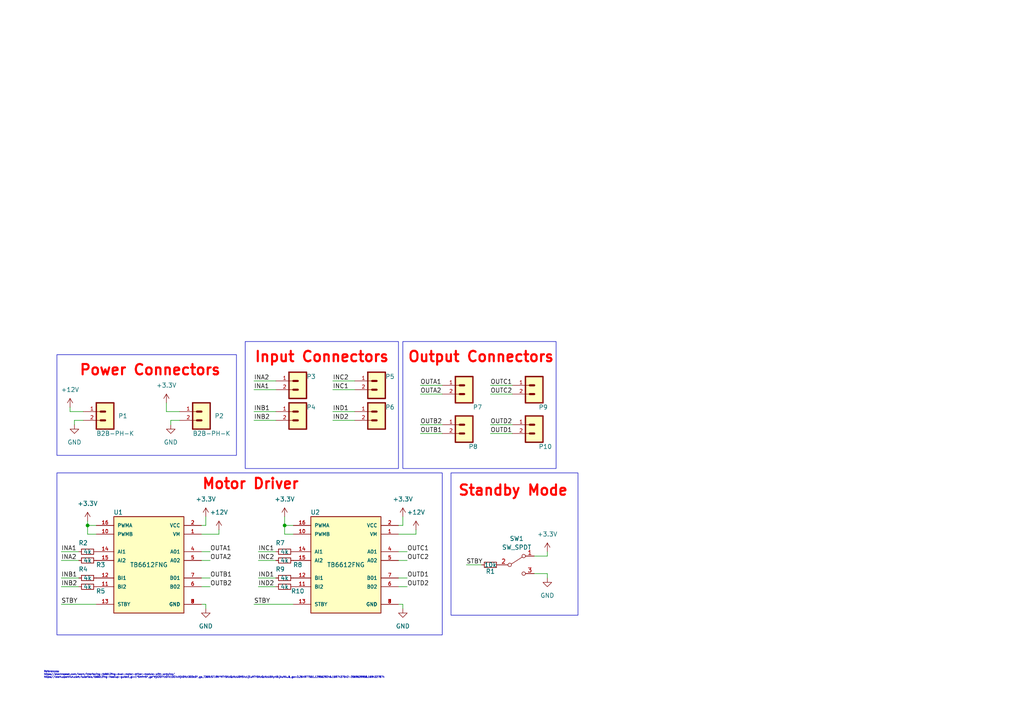
<source format=kicad_sch>
(kicad_sch (version 20230121) (generator eeschema)
  (paper "A4")
  (title_block (title "Motor Driver Board") (date "2023-10-15") (rev "V01") (company "Vishwa VJTI") (comment 1 "Science Task") (comment 2 "Author: Aryan Bawankar"))
  (lib_symbols
    (symbol "B2B-PH-K:B2B-PH-K" (pin_names (offset 1.016))
      (property "Reference" "P" (at -1.27 3.175 0))
      (property "Value" "B2B-PH-K" (at -1.27 -7.62 0))
      (symbol "B2B-PH-K_0_0"
        (rectangle (start -1.27 -5.08) (end 3.81 2.54) (stroke (width 0.4064)) (fill (type background)))
        (polyline (pts (xy 1.27 -2.54) (xy 0 -2.54)) (stroke (width 0.6096)))
        (polyline (pts (xy 1.27 0) (xy 0 0)) (stroke (width 0.6096)))
        (pin passive line (at -5.08 0 0) (length 5.08) (name "~") (number "1"))
        (pin passive line (at -5.08 -2.54 0) (length 5.08) (name "~") (number "2"))
      )
    )
    (symbol "Device:R_Small" (pin_numbers hide) (pin_names (offset 0.254) hide)
      (property "Reference" "R" (at 0.762 0.508 0))
      (property "Value" "R_Small" (at 0.762 -1.016 0))
      (symbol "R_Small_0_1"
        (rectangle (start -0.762 1.778) (end 0.762 -1.778) (stroke (width 0.2032)))
      )
      (symbol "R_Small_1_1"
        (pin passive line (at 0 2.54 270) (length 0.762) (name "~") (number "1"))
        (pin passive line (at 0 -2.54 90) (length 0.762) (name "~") (number "2"))
      )
    )
    (symbol "Switch:SW_SPDT" (pin_names (offset 0) hide)
      (property "Reference" "SW" (at 0 4.318 0))
      (property "Value" "SW_SPDT" (at 0 -5.08 0))
      (symbol "SW_SPDT_0_0"
        (circle (center -2.032 0) (radius 0.508))
        (circle (center 2.032 -2.54) (radius 0.508))
      )
      (symbol "SW_SPDT_0_1"
        (polyline (pts (xy -1.524 0.254) (xy 1.651 2.286)))
        (circle (center 2.032 2.54) (radius 0.508))
      )
      (symbol "SW_SPDT_1_1"
        (pin passive line (at 5.08 2.54 180) (length 2.54) (name "A") (number "1"))
        (pin passive line (at -5.08 0 0) (length 2.54) (name "B") (number "2"))
        (pin passive line (at 5.08 -2.54 180) (length 2.54) (name "C") (number "3"))
      )
    )
    (symbol "TB6612FNG:ROB-14450" (pin_names (offset 1.016))
      (property "Reference" "U" (at -10.16 16.002 0))
      (property "Value" "ROB-14450" (at -10.16 -15.24 0))
      (symbol "ROB-14450_0_0"
        (rectangle (start -10.16 -12.7) (end 10.16 15.24) (stroke (width 0.254)) (fill (type background)))
        (pin power_in line (at 15.24 10.16 180) (length 5.08) (name "VM") (number "1"))
        (pin input line (at -15.24 10.16 0) (length 5.08) (name "PWMB") (number "10"))
        (pin input line (at -15.24 -5.08 0) (length 5.08) (name "BI2") (number "11"))
        (pin input line (at -15.24 -2.54 0) (length 5.08) (name "BI1") (number "12"))
        (pin input line (at -15.24 -10.16 0) (length 5.08) (name "STBY") (number "13"))
        (pin input line (at -15.24 5.08 0) (length 5.08) (name "AI1") (number "14"))
        (pin input line (at -15.24 2.54 0) (length 5.08) (name "AI2") (number "15"))
        (pin input line (at -15.24 12.7 0) (length 5.08) (name "PWMA") (number "16"))
        (pin power_in line (at 15.24 12.7 180) (length 5.08) (name "VCC") (number "2"))
        (pin power_in line (at 15.24 -10.16 180) (length 5.08) (name "GND") (number "3"))
        (pin output line (at 15.24 5.08 180) (length 5.08) (name "A01") (number "4"))
        (pin output line (at 15.24 2.54 180) (length 5.08) (name "A02") (number "5"))
        (pin output line (at 15.24 -5.08 180) (length 5.08) (name "B02") (number "6"))
        (pin output line (at 15.24 -2.54 180) (length 5.08) (name "B01") (number "7"))
        (pin power_in line (at 15.24 -10.16 180) (length 5.08) (name "GND") (number "8"))
        (pin power_in line (at 15.24 -10.16 180) (length 5.08) (name "GND") (number "9"))
      )
    )
    (symbol "power:+12V" (power) (pin_names (offset 0))
      (property "Value" "+12V" (at 0 3.556 0))
      (symbol "+12V_0_1"
        (polyline (pts (xy -0.762 1.27) (xy 0 2.54)))
        (polyline (pts (xy 0 0) (xy 0 2.54)))
        (polyline (pts (xy 0 2.54) (xy 0.762 1.27)))
      )
      (symbol "+12V_1_1"
        (pin power_in line (at 0 0 90) (length 0) hide (name "+12V") (number "1"))
      )
    )
    (symbol "power:+3.3V" (power) (pin_names (offset 0))
      (property "Value" "+3.3V" (at 0 3.556 0))
      (symbol "+3.3V_0_1"
        (polyline (pts (xy -0.762 1.27) (xy 0 2.54)))
        (polyline (pts (xy 0 0) (xy 0 2.54)))
        (polyline (pts (xy 0 2.54) (xy 0.762 1.27)))
      )
      (symbol "+3.3V_1_1"
        (pin power_in line (at 0 0 90) (length 0) hide (name "+3.3V") (number "1"))
      )
    )
    (symbol "power:GND" (power) (pin_names (offset 0))
      (property "Value" "GND" (at 0 -3.81 0))
      (symbol "GND_0_1"
        (polyline (pts (xy 0 0) (xy 0 -1.27) (xy 1.27 -1.27) (xy 0 -2.54) (xy -1.27 -1.27) (xy 0 -1.27)))
      )
      (symbol "GND_1_1"
        (pin power_in line (at 0 0 270) (length 0) hide (name "GND") (number "1"))
      )
    )
  )
  (junction (at 25.4 152.4))
  (junction (at 82.55 152.4))
  (wire (pts (xy 63.5 154.94) (xy 63.5 153.67)))
  (wire (pts (xy 59.69 152.4) (xy 59.69 149.86)))
  (wire (pts (xy 115.57 167.64) (xy 118.11 167.64)))
  (wire (pts (xy 116.84 152.4) (xy 116.84 149.86)))
  (wire (pts (xy 17.78 162.56) (xy 22.86 162.56)))
  (wire (pts (xy 58.42 160.02) (xy 60.96 160.02)))
  (wire (pts (xy 82.55 149.86) (xy 82.55 152.4)))
  (wire (pts (xy 58.42 175.26) (xy 59.69 175.26)))
  (wire (pts (xy 48.26 119.38) (xy 48.26 116.84)))
  (wire (pts (xy 74.93 167.64) (xy 80.01 167.64)))
  (wire (pts (xy 115.57 160.02) (xy 118.11 160.02)))
  (wire (pts (xy 24.13 121.92) (xy 21.59 121.92)))
  (wire (pts (xy 52.07 119.38) (xy 48.26 119.38)))
  (wire (pts (xy 158.75 161.29) (xy 158.75 160.02)))
  (wire (pts (xy 73.66 119.38) (xy 80.01 119.38)))
  (wire (pts (xy 74.93 160.02) (xy 80.01 160.02)))
  (wire (pts (xy 135.255 163.83) (xy 139.7 163.83)))
  (wire (pts (xy 74.93 162.56) (xy 80.01 162.56)))
  (wire (pts (xy 121.92 111.76) (xy 128.27 111.76)))
  (wire (pts (xy 120.65 153.67) (xy 120.65 154.94)))
  (wire (pts (xy 142.24 125.73) (xy 148.59 125.73)))
  (wire (pts (xy 142.24 111.76) (xy 148.59 111.76)))
  (wire (pts (xy 58.42 154.94) (xy 63.5 154.94)))
  (wire (pts (xy 115.57 152.4) (xy 116.84 152.4)))
  (wire (pts (xy 96.52 119.38) (xy 102.87 119.38)))
  (wire (pts (xy 25.4 151.13) (xy 25.4 152.4)))
  (wire (pts (xy 49.53 121.92) (xy 49.53 123.19)))
  (wire (pts (xy 17.78 175.26) (xy 27.94 175.26)))
  (wire (pts (xy 73.66 175.26) (xy 85.09 175.26)))
  (wire (pts (xy 17.78 167.64) (xy 22.86 167.64)))
  (wire (pts (xy 17.78 160.02) (xy 22.86 160.02)))
  (wire (pts (xy 121.92 114.3) (xy 128.27 114.3)))
  (wire (pts (xy 73.66 110.49) (xy 80.01 110.49)))
  (wire (pts (xy 25.4 152.4) (xy 27.94 152.4)))
  (wire (pts (xy 58.42 170.18) (xy 60.96 170.18)))
  (wire (pts (xy 59.69 175.26) (xy 59.69 176.53)))
  (wire (pts (xy 120.65 154.94) (xy 115.57 154.94)))
  (wire (pts (xy 25.4 152.4) (xy 25.4 154.94)))
  (wire (pts (xy 52.07 121.92) (xy 49.53 121.92)))
  (wire (pts (xy 73.66 121.92) (xy 80.01 121.92)))
  (wire (pts (xy 158.75 166.37) (xy 158.75 167.64)))
  (wire (pts (xy 21.59 121.92) (xy 21.59 123.19)))
  (wire (pts (xy 96.52 113.03) (xy 102.87 113.03)))
  (wire (pts (xy 96.52 110.49) (xy 102.87 110.49)))
  (wire (pts (xy 17.78 170.18) (xy 22.86 170.18)))
  (wire (pts (xy 20.32 119.38) (xy 20.32 118.11)))
  (wire (pts (xy 142.24 123.19) (xy 148.59 123.19)))
  (wire (pts (xy 25.4 154.94) (xy 27.94 154.94)))
  (wire (pts (xy 121.92 125.73) (xy 128.27 125.73)))
  (wire (pts (xy 115.57 175.26) (xy 116.84 175.26)))
  (wire (pts (xy 74.93 170.18) (xy 80.01 170.18)))
  (wire (pts (xy 154.94 161.29) (xy 158.75 161.29)))
  (wire (pts (xy 82.55 152.4) (xy 82.55 154.94)))
  (wire (pts (xy 154.94 166.37) (xy 158.75 166.37)))
  (wire (pts (xy 121.92 123.19) (xy 128.27 123.19)))
  (wire (pts (xy 82.55 152.4) (xy 85.09 152.4)))
  (wire (pts (xy 116.84 175.26) (xy 116.84 176.53)))
  (wire (pts (xy 73.66 113.03) (xy 80.01 113.03)))
  (wire (pts (xy 58.42 152.4) (xy 59.69 152.4)))
  (wire (pts (xy 24.13 119.38) (xy 20.32 119.38)))
  (wire (pts (xy 115.57 162.56) (xy 118.11 162.56)))
  (wire (pts (xy 58.42 162.56) (xy 60.96 162.56)))
  (wire (pts (xy 142.24 114.3) (xy 148.59 114.3)))
  (wire (pts (xy 82.55 154.94) (xy 85.09 154.94)))
  (wire (pts (xy 115.57 170.18) (xy 118.11 170.18)))
  (wire (pts (xy 96.52 121.92) (xy 102.87 121.92)))
  (wire (pts (xy 58.42 167.64) (xy 60.96 167.64)))
  (rectangle (start 71.12 99.06) (end 115.57 135.89))
  (rectangle (start 116.84 99.06) (end 161.29 135.89))
  (rectangle (start 16.51 102.87) (end 68.58 132.08))
  (rectangle (start 130.81 137.16) (end 167.64 178.435))
  (rectangle (start 16.51 137.16) (end 128.27 184.15))
  (text "Output Connectors" (at 118.11 105.41 0) (effects (font (size 3 3) (thickness 0.6) bold) (justify left bottom)))
  (text "Power Connectors" (at 22.86 109.22 0) (effects (font (size 3 3) (thickness 0.6) bold) (justify left bottom)))
  (text "Motor Driver\n" (at 58.42 142.24 0) (effects (font (size 3 3) (thickness 0.6) bold) (justify left bottom)))
  (text "Standby Mode" (at 132.715 144.145 0) (effects (font (size 3 3) (thickness 0.6) bold) (justify left bottom)))
  (text "Input Connectors" (at 73.66 105.41 0) (effects (font (size 3 3) (thickness 0.6) bold) (justify left bottom)))
  (text "References:\nhttps://electropeak.com/learn/interfacing-tb6612fng-dual-motor-driver-module-with-arduino/\nhttps://learn.sparkfun.com/tutorials/tb6612fng-hookup-guide?_gl=1*5mfrr5*_ga*MjA2OTYzOTk1OC4xNjk0MzI3ODc0*_ga_T369JS7J9N*MTY5NzQzNzU0MS4zLjEuMTY5NzQzNzU5Ny40LjAuMA..&_ga=2.264977551.1295629246.1697437542-2069639958.1694327874" (at 12.7 196.85 0) (effects (font (size 0.5 0.5)) (justify left bottom)))
  (label "IND2" (at 74.93 170.18 0))
  (label "OUTC1" (at 118.11 160.02 0))
  (label "OUTA2" (at 121.92 114.3 0))
  (label "INA2" (at 17.78 162.56 0))
  (label "STBY" (at 17.78 175.26 0))
  (label "OUTB1" (at 60.96 167.64 0))
  (label "OUTC2" (at 118.11 162.56 0))
  (label "OUTC1" (at 142.24 111.76 0))
  (label "OUTB2" (at 121.92 123.19 0))
  (label "INA1" (at 17.78 160.02 0))
  (label "OUTB2" (at 60.96 170.18 0))
  (label "INB2" (at 17.78 170.18 0))
  (label "INC2" (at 96.52 110.49 0))
  (label "IND2" (at 96.52 121.92 0))
  (label "INA1" (at 73.66 113.03 0))
  (label "OUTA1" (at 121.92 111.76 0))
  (label "STBY" (at 73.66 175.26 0))
  (label "OUTD1" (at 142.24 125.73 0))
  (label "OUTC2" (at 142.24 114.3 0))
  (label "OUTD2" (at 118.11 170.18 0))
  (label "STBY" (at 135.255 163.83 0))
  (label "OUTA2" (at 60.96 162.56 0))
  (label "INC2" (at 74.93 162.56 0))
  (label "OUTA1" (at 60.96 160.02 0))
  (label "INA2" (at 73.66 110.49 0))
  (label "IND1" (at 74.93 167.64 0))
  (label "OUTD2" (at 142.24 123.19 0))
  (label "INC1" (at 74.93 160.02 0))
  (label "INB2" (at 73.66 121.92 0))
  (label "IND1" (at 96.52 119.38 0))
  (label "INB1" (at 17.78 167.64 0))
  (label "INB1" (at 73.66 119.38 0))
  (label "OUTD1" (at 118.11 167.64 0))
  (label "OUTB1" (at 121.92 125.73 0))
  (label "INC1" (at 96.52 113.03 0))
  (symbol (lib_id "B2B-PH-K:B2B-PH-K") (at 133.35 123.19 0) (unit 1)
    (property "Reference" "P8" (at 135.89 129.54 0) (effects (justify left)))
    (property "Value" "B2B-PH-K" (effects hide))
    (property "Footprint" "B2B-PH-K:B2B-PH-K" (effects hide))
    (property "MF" "JST Corporation" (effects hide))
    (property "Description" "\nConn Shrouded Header HDR 2 POS 2mm Solder ST Thru-Hole Box\n" (effects hide))
    (property "Package" "None" (effects hide))
    (property "Price" "None" (effects hide))
    (property "SnapEDA_Link" "https://www.snapeda.com/parts/B2B-PH-K/JST/view-part/?ref=snap" (effects hide))
    (property "MP" "B2B-PH-K" (effects hide))
    (property "Availability" "Not in stock" (effects hide))
    (property "Check_prices" "https://www.snapeda.com/parts/B2B-PH-K/JST/view-part/?ref=eda" (effects hide))
  )
  (symbol (lib_id "power:GND") (at 116.84 176.53 0) (unit 1)
    (property "Reference" "#PWR011" (effects hide))
    (property "Value" "GND" (at 116.84 181.61 0))
  )
  (symbol (lib_id "power:+3.3V") (at 59.69 149.86 0) (unit 1)
    (property "Reference" "#PWR06" (effects hide))
    (property "Value" "+3.3V" (at 59.69 144.78 0))
  )
  (symbol (lib_id "Device:R_Small") (at 82.55 170.18 90) (unit 1)
    (property "Reference" "R10" (at 86.36 171.45 90))
    (property "Value" "4k" (at 82.55 170.18 90))
    (property "Footprint" "Resistor_THT:R_Axial_DIN0204_L3.6mm_D1.6mm_P1.90mm_Vertical" (effects hide))
  )
  (symbol (lib_id "power:+12V") (at 63.5 153.67 0) (unit 1)
    (property "Reference" "#PWR08" (effects hide))
    (property "Value" "+12V" (at 63.5 148.59 0))
  )
  (symbol (lib_id "B2B-PH-K:B2B-PH-K") (at 57.15 119.38 0) (unit 1)
    (property "Reference" "P2" (at 62.23 120.65 0) (effects (justify left)))
    (property "Value" "B2B-PH-K" (at 55.88 125.73 0) (effects (justify left)))
    (property "Footprint" "B2B-PH-K:B2B-PH-K" (effects hide))
    (property "MF" "JST Corporation" (effects hide))
    (property "Description" "\nConn Shrouded Header HDR 2 POS 2mm Solder ST Thru-Hole Box\n" (effects hide))
    (property "Package" "None" (effects hide))
    (property "Price" "None" (effects hide))
    (property "SnapEDA_Link" "https://www.snapeda.com/parts/B2B-PH-K/JST/view-part/?ref=snap" (effects hide))
    (property "MP" "B2B-PH-K" (effects hide))
    (property "Availability" "Not in stock" (effects hide))
    (property "Check_prices" "https://www.snapeda.com/parts/B2B-PH-K/JST/view-part/?ref=eda" (effects hide))
  )
  (symbol (lib_id "power:GND") (at 158.75 167.64 0) (unit 1)
    (property "Reference" "#PWR014" (effects hide))
    (property "Value" "GND" (at 158.75 172.72 0))
  )
  (symbol (lib_id "power:+3.3V") (at 82.55 149.86 0) (unit 1)
    (property "Reference" "#PWR09" (effects hide))
    (property "Value" "+3.3V" (at 82.55 144.78 0))
  )
  (symbol (lib_id "B2B-PH-K:B2B-PH-K") (at 153.67 111.76 0) (unit 1)
    (property "Reference" "P9" (at 156.21 118.11 0) (effects (justify left)))
    (property "Value" "B2B-PH-K" (effects hide))
    (property "Footprint" "B2B-PH-K:B2B-PH-K" (effects hide))
    (property "MF" "JST Corporation" (effects hide))
    (property "Description" "\nConn Shrouded Header HDR 2 POS 2mm Solder ST Thru-Hole Box\n" (effects hide))
    (property "Package" "None" (effects hide))
    (property "Price" "None" (effects hide))
    (property "SnapEDA_Link" "https://www.snapeda.com/parts/B2B-PH-K/JST/view-part/?ref=snap" (effects hide))
    (property "MP" "B2B-PH-K" (effects hide))
    (property "Availability" "Not in stock" (effects hide))
    (property "Check_prices" "https://www.snapeda.com/parts/B2B-PH-K/JST/view-part/?ref=eda" (effects hide))
  )
  (symbol (lib_id "B2B-PH-K:B2B-PH-K") (at 107.95 119.38 0) (unit 1)
    (property "Reference" "P6" (at 111.76 118.11 0) (effects (justify left)))
    (property "Value" "B2B-PH-K" (effects hide))
    (property "Footprint" "B2B-PH-K:B2B-PH-K" (effects hide))
    (property "MF" "JST Corporation" (effects hide))
    (property "Description" "\nConn Shrouded Header HDR 2 POS 2mm Solder ST Thru-Hole Box\n" (effects hide))
    (property "Package" "None" (effects hide))
    (property "Price" "None" (effects hide))
    (property "SnapEDA_Link" "https://www.snapeda.com/parts/B2B-PH-K/JST/view-part/?ref=snap" (effects hide))
    (property "MP" "B2B-PH-K" (effects hide))
    (property "Availability" "Not in stock" (effects hide))
    (property "Check_prices" "https://www.snapeda.com/parts/B2B-PH-K/JST/view-part/?ref=eda" (effects hide))
  )
  (symbol (lib_id "Device:R_Small") (at 82.55 160.02 90) (unit 1)
    (property "Reference" "R7" (at 81.28 157.48 90))
    (property "Value" "4k" (at 82.55 160.02 90))
    (property "Footprint" "Resistor_THT:R_Axial_DIN0204_L3.6mm_D1.6mm_P1.90mm_Vertical" (effects hide))
  )
  (symbol (lib_id "power:GND") (at 49.53 123.19 0) (unit 1)
    (property "Reference" "#PWR05" (effects hide))
    (property "Value" "GND" (at 49.53 128.27 0))
  )
  (symbol (lib_id "Switch:SW_SPDT") (at 149.86 163.83 0) (unit 1)
    (property "Reference" "SW1" (at 149.86 156.21 0))
    (property "Value" "SW_SPDT" (at 149.86 158.75 0))
    (property "Footprint" "Button_Switch_SMD:SW_SPDT_PCM12" (effects hide))
  )
  (symbol (lib_id "power:+12V") (at 120.65 153.67 0) (unit 1)
    (property "Reference" "#PWR012" (effects hide))
    (property "Value" "+12V" (at 120.65 148.59 0))
  )
  (symbol (lib_id "power:+3.3V") (at 116.84 149.86 0) (unit 1)
    (property "Reference" "#PWR010" (effects hide))
    (property "Value" "+3.3V" (at 116.84 144.78 0))
  )
  (symbol (lib_id "TB6612FNG:ROB-14450") (at 100.33 165.1 0) (unit 1)
    (property "Reference" "U2" (at 91.44 148.59 0))
    (property "Value" "TB6612FNG" (at 100.33 163.83 0))
    (property "Footprint" "motor driver:TB6612FNG_2" (effects hide))
    (property "PARTREV" "11-13-17" (effects hide))
    (property "MANUFACTURER" "Sparkfun Electronics" (effects hide))
    (property "STANDARD" "Manufacturer Recommendation" (effects hide))
  )
  (symbol (lib_id "Device:R_Small") (at 25.4 162.56 90) (unit 1)
    (property "Reference" "R3" (at 29.21 163.83 90))
    (property "Value" "4k" (at 25.4 162.56 90))
    (property "Footprint" "Resistor_THT:R_Axial_DIN0204_L3.6mm_D1.6mm_P1.90mm_Vertical" (effects hide))
  )
  (symbol (lib_id "B2B-PH-K:B2B-PH-K") (at 85.09 119.38 0) (unit 1)
    (property "Reference" "P4" (at 88.9 118.11 0) (effects (justify left)))
    (property "Value" "B2B-PH-K" (effects hide))
    (property "Footprint" "B2B-PH-K:B2B-PH-K" (effects hide))
    (property "MF" "JST Corporation" (effects hide))
    (property "Description" "\nConn Shrouded Header HDR 2 POS 2mm Solder ST Thru-Hole Box\n" (effects hide))
    (property "Package" "None" (effects hide))
    (property "Price" "None" (effects hide))
    (property "SnapEDA_Link" "https://www.snapeda.com/parts/B2B-PH-K/JST/view-part/?ref=snap" (effects hide))
    (property "MP" "B2B-PH-K" (effects hide))
    (property "Availability" "Not in stock" (effects hide))
    (property "Check_prices" "https://www.snapeda.com/parts/B2B-PH-K/JST/view-part/?ref=eda" (effects hide))
  )
  (symbol (lib_id "B2B-PH-K:B2B-PH-K") (at 133.35 111.76 0) (unit 1)
    (property "Reference" "P7" (at 137.16 118.11 0) (effects (justify left)))
    (property "Value" "B2B-PH-K" (effects hide))
    (property "Footprint" "B2B-PH-K:B2B-PH-K" (effects hide))
    (property "MF" "JST Corporation" (effects hide))
    (property "Description" "\nConn Shrouded Header HDR 2 POS 2mm Solder ST Thru-Hole Box\n" (effects hide))
    (property "Package" "None" (effects hide))
    (property "Price" "None" (effects hide))
    (property "SnapEDA_Link" "https://www.snapeda.com/parts/B2B-PH-K/JST/view-part/?ref=snap" (effects hide))
    (property "MP" "B2B-PH-K" (effects hide))
    (property "Availability" "Not in stock" (effects hide))
    (property "Check_prices" "https://www.snapeda.com/parts/B2B-PH-K/JST/view-part/?ref=eda" (effects hide))
  )
  (symbol (lib_id "B2B-PH-K:B2B-PH-K") (at 153.67 123.19 0) (unit 1)
    (property "Reference" "P10" (at 156.21 129.54 0) (effects (justify left)))
    (property "Value" "B2B-PH-K" (effects hide))
    (property "Footprint" "B2B-PH-K:B2B-PH-K" (effects hide))
    (property "MF" "JST Corporation" (effects hide))
    (property "Description" "\nConn Shrouded Header HDR 2 POS 2mm Solder ST Thru-Hole Box\n" (effects hide))
    (property "Package" "None" (effects hide))
    (property "Price" "None" (effects hide))
    (property "SnapEDA_Link" "https://www.snapeda.com/parts/B2B-PH-K/JST/view-part/?ref=snap" (effects hide))
    (property "MP" "B2B-PH-K" (effects hide))
    (property "Availability" "Not in stock" (effects hide))
    (property "Check_prices" "https://www.snapeda.com/parts/B2B-PH-K/JST/view-part/?ref=eda" (effects hide))
  )
  (symbol (lib_id "Device:R_Small") (at 25.4 160.02 90) (unit 1)
    (property "Reference" "R2" (at 24.13 157.48 90))
    (property "Value" "4k" (at 25.4 160.02 90))
    (property "Footprint" "Resistor_THT:R_Axial_DIN0204_L3.6mm_D1.6mm_P1.90mm_Vertical" (effects hide))
  )
  (symbol (lib_id "power:+3.3V") (at 158.75 160.02 0) (unit 1)
    (property "Reference" "#PWR013" (effects hide))
    (property "Value" "+3.3V" (at 158.75 154.94 0))
  )
  (symbol (lib_id "Device:R_Small") (at 25.4 167.64 90) (unit 1)
    (property "Reference" "R4" (at 24.13 165.1 90))
    (property "Value" "4k" (at 25.4 167.64 90))
    (property "Footprint" "Resistor_THT:R_Axial_DIN0204_L3.6mm_D1.6mm_P1.90mm_Vertical" (effects hide))
  )
  (symbol (lib_id "B2B-PH-K:B2B-PH-K") (at 85.09 110.49 0) (unit 1)
    (property "Reference" "P3" (at 88.9 109.22 0) (effects (justify left)))
    (property "Value" "B2B-PH-K" (effects hide))
    (property "Footprint" "B2B-PH-K:B2B-PH-K" (effects hide))
    (property "MF" "JST Corporation" (effects hide))
    (property "Description" "\nConn Shrouded Header HDR 2 POS 2mm Solder ST Thru-Hole Box\n" (effects hide))
    (property "Package" "None" (effects hide))
    (property "Price" "None" (effects hide))
    (property "SnapEDA_Link" "https://www.snapeda.com/parts/B2B-PH-K/JST/view-part/?ref=snap" (effects hide))
    (property "MP" "B2B-PH-K" (effects hide))
    (property "Availability" "Not in stock" (effects hide))
    (property "Check_prices" "https://www.snapeda.com/parts/B2B-PH-K/JST/view-part/?ref=eda" (effects hide))
  )
  (symbol (lib_id "B2B-PH-K:B2B-PH-K") (at 107.95 110.49 0) (unit 1)
    (property "Reference" "P5" (at 111.76 109.22 0) (effects (justify left)))
    (property "Value" "B2B-PH-K" (effects hide))
    (property "Footprint" "B2B-PH-K:B2B-PH-K" (effects hide))
    (property "MF" "JST Corporation" (effects hide))
    (property "Description" "\nConn Shrouded Header HDR 2 POS 2mm Solder ST Thru-Hole Box\n" (effects hide))
    (property "Package" "None" (effects hide))
    (property "Price" "None" (effects hide))
    (property "SnapEDA_Link" "https://www.snapeda.com/parts/B2B-PH-K/JST/view-part/?ref=snap" (effects hide))
    (property "MP" "B2B-PH-K" (effects hide))
    (property "Availability" "Not in stock" (effects hide))
    (property "Check_prices" "https://www.snapeda.com/parts/B2B-PH-K/JST/view-part/?ref=eda" (effects hide))
  )
  (symbol (lib_id "Device:R_Small") (at 82.55 162.56 90) (unit 1)
    (property "Reference" "R8" (at 86.36 163.83 90))
    (property "Value" "4k" (at 82.55 162.56 90))
    (property "Footprint" "Resistor_THT:R_Axial_DIN0204_L3.6mm_D1.6mm_P1.90mm_Vertical" (effects hide))
  )
  (symbol (lib_id "Device:R_Small") (at 82.55 167.64 90) (unit 1)
    (property "Reference" "R9" (at 81.28 165.1 90))
    (property "Value" "4k" (at 82.55 167.64 90))
    (property "Footprint" "Resistor_THT:R_Axial_DIN0204_L3.6mm_D1.6mm_P1.90mm_Vertical" (effects hide))
  )
  (symbol (lib_id "power:GND") (at 59.69 176.53 0) (unit 1)
    (property "Reference" "#PWR07" (effects hide))
    (property "Value" "GND" (at 59.69 181.61 0))
  )
  (symbol (lib_id "power:+3.3V") (at 25.4 151.13 0) (unit 1)
    (property "Reference" "#PWR03" (effects hide))
    (property "Value" "+3.3V" (at 25.4 146.05 0))
  )
  (symbol (lib_id "B2B-PH-K:B2B-PH-K") (at 29.21 119.38 0) (unit 1)
    (property "Reference" "P1" (at 34.29 120.65 0) (effects (justify left)))
    (property "Value" "B2B-PH-K" (at 27.94 125.73 0) (effects (justify left)))
    (property "Footprint" "B2B-PH-K:B2B-PH-K" (effects hide))
    (property "MF" "JST Corporation" (effects hide))
    (property "Description" "\nConn Shrouded Header HDR 2 POS 2mm Solder ST Thru-Hole Box\n" (effects hide))
    (property "Package" "None" (effects hide))
    (property "Price" "None" (effects hide))
    (property "SnapEDA_Link" "https://www.snapeda.com/parts/B2B-PH-K/JST/view-part/?ref=snap" (effects hide))
    (property "MP" "B2B-PH-K" (effects hide))
    (property "Availability" "Not in stock" (effects hide))
    (property "Check_prices" "https://www.snapeda.com/parts/B2B-PH-K/JST/view-part/?ref=eda" (effects hide))
  )
  (symbol (lib_id "power:+3.3V") (at 48.26 116.84 0) (unit 1)
    (property "Reference" "#PWR04" (effects hide))
    (property "Value" "+3.3V" (at 48.26 111.76 0))
  )
  (symbol (lib_id "Device:R_Small") (at 142.24 163.83 90) (unit 1)
    (property "Reference" "R1" (at 142.24 165.735 90))
    (property "Value" "10k" (at 142.24 163.83 90))
    (property "Footprint" "Resistor_THT:R_Axial_DIN0204_L3.6mm_D1.6mm_P1.90mm_Vertical" (effects hide))
  )
  (symbol (lib_id "Device:R_Small") (at 25.4 170.18 90) (unit 1)
    (property "Reference" "R5" (at 29.21 171.45 90))
    (property "Value" "4k" (at 25.4 170.18 90))
    (property "Footprint" "Resistor_THT:R_Axial_DIN0204_L3.6mm_D1.6mm_P1.90mm_Vertical" (effects hide))
  )
  (symbol (lib_id "power:+12V") (at 20.32 118.11 0) (unit 1)
    (property "Reference" "#PWR01" (effects hide))
    (property "Value" "+12V" (at 20.32 113.03 0))
  )
  (symbol (lib_id "TB6612FNG:ROB-14450") (at 43.18 165.1 0) (unit 1)
    (property "Reference" "U1" (at 34.29 148.59 0))
    (property "Value" "TB6612FNG" (at 43.18 163.83 0))
    (property "Footprint" "motor driver:TB6612FNG_2" (effects hide))
    (property "PARTREV" "11-13-17" (effects hide))
    (property "MANUFACTURER" "Sparkfun Electronics" (effects hide))
    (property "STANDARD" "Manufacturer Recommendation" (effects hide))
  )
  (symbol (lib_id "power:GND") (at 21.59 123.19 0) (unit 1)
    (property "Reference" "#PWR02" (effects hide))
    (property "Value" "GND" (at 21.59 128.27 0))
  )
)
</source>
